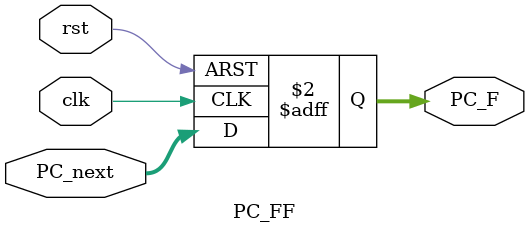
<source format=v>
module PC_FF(
	input			clk,
	input			rst,
	input		[31:0]	PC_next,
	output	reg	[31:0]	PC_F
);

always @(posedge clk or posedge rst) begin
	if(rst) begin
		PC_F 	<= 0;
	end
	else 
		PC_F <= PC_next;
end

endmodule



</source>
